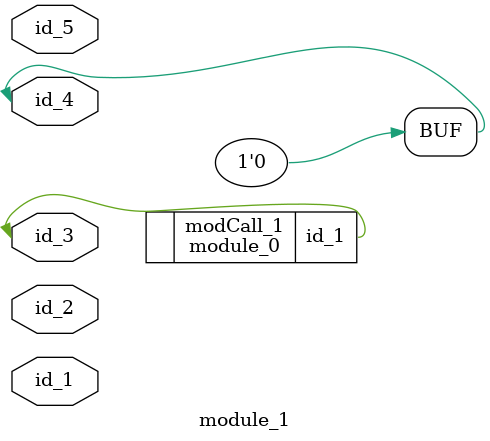
<source format=v>
module module_0 (
    id_1
);
  inout wire id_1;
endmodule
module module_1 (
    id_1,
    id_2,
    id_3,
    id_4,
    id_5
);
  input wire id_5;
  inout wire id_4;
  inout wire id_3;
  input wire id_2;
  input wire id_1;
  assign id_4 = 1'b0;
  specify
    if (id_2) (negedge id_6 => (id_7  : id_1)) = (id_7  : id_7  : 1'd0, 1  : $realtime : 1'b0);
    $width(posedge id_8, 1, id_5, id_9);
    (id_10 + => id_11) = (1  : $realtime == $realtime : 1, -1'h0);
  endspecify
  module_0 modCall_1 (id_3);
endmodule

</source>
